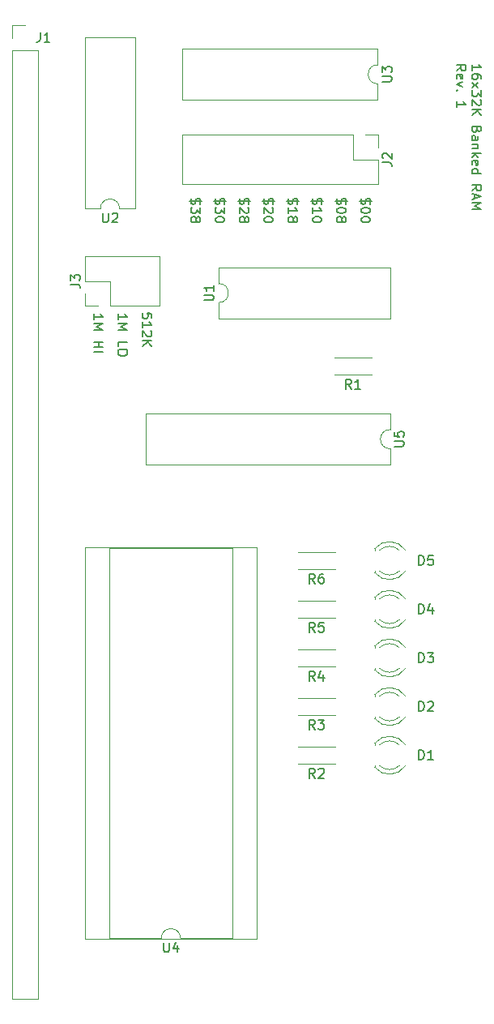
<source format=gto>
G04 #@! TF.GenerationSoftware,KiCad,Pcbnew,6.0.2+dfsg-1*
G04 #@! TF.CreationDate,2023-09-16T22:11:41+01:00*
G04 #@! TF.ProjectId,Banked_RAM_Higher,42616e6b-6564-45f5-9241-4d5f48696768,rev?*
G04 #@! TF.SameCoordinates,Original*
G04 #@! TF.FileFunction,Legend,Top*
G04 #@! TF.FilePolarity,Positive*
%FSLAX46Y46*%
G04 Gerber Fmt 4.6, Leading zero omitted, Abs format (unit mm)*
G04 Created by KiCad (PCBNEW 6.0.2+dfsg-1) date 2023-09-16 22:11:41*
%MOMM*%
%LPD*%
G01*
G04 APERTURE LIST*
%ADD10C,0.150000*%
%ADD11C,0.120000*%
%ADD12C,1.400000*%
%ADD13O,1.400000X1.400000*%
%ADD14R,1.700000X1.700000*%
%ADD15O,1.700000X1.700000*%
%ADD16R,1.800000X1.800000*%
%ADD17C,1.800000*%
%ADD18R,1.600000X1.600000*%
%ADD19O,1.600000X1.600000*%
G04 APERTURE END LIST*
D10*
X138147619Y-44039404D02*
X138147619Y-43467976D01*
X138147619Y-43753690D02*
X139147619Y-43753690D01*
X139004761Y-43658452D01*
X138909523Y-43563214D01*
X138861904Y-43467976D01*
X139147619Y-44896547D02*
X139147619Y-44706071D01*
X139100000Y-44610833D01*
X139052380Y-44563214D01*
X138909523Y-44467976D01*
X138719047Y-44420357D01*
X138338095Y-44420357D01*
X138242857Y-44467976D01*
X138195238Y-44515595D01*
X138147619Y-44610833D01*
X138147619Y-44801309D01*
X138195238Y-44896547D01*
X138242857Y-44944166D01*
X138338095Y-44991785D01*
X138576190Y-44991785D01*
X138671428Y-44944166D01*
X138719047Y-44896547D01*
X138766666Y-44801309D01*
X138766666Y-44610833D01*
X138719047Y-44515595D01*
X138671428Y-44467976D01*
X138576190Y-44420357D01*
X138147619Y-45325119D02*
X138814285Y-45848928D01*
X138814285Y-45325119D02*
X138147619Y-45848928D01*
X139147619Y-46134642D02*
X139147619Y-46753690D01*
X138766666Y-46420357D01*
X138766666Y-46563214D01*
X138719047Y-46658452D01*
X138671428Y-46706071D01*
X138576190Y-46753690D01*
X138338095Y-46753690D01*
X138242857Y-46706071D01*
X138195238Y-46658452D01*
X138147619Y-46563214D01*
X138147619Y-46277500D01*
X138195238Y-46182261D01*
X138242857Y-46134642D01*
X139052380Y-47134642D02*
X139100000Y-47182261D01*
X139147619Y-47277500D01*
X139147619Y-47515595D01*
X139100000Y-47610833D01*
X139052380Y-47658452D01*
X138957142Y-47706071D01*
X138861904Y-47706071D01*
X138719047Y-47658452D01*
X138147619Y-47087023D01*
X138147619Y-47706071D01*
X138147619Y-48134642D02*
X139147619Y-48134642D01*
X138147619Y-48706071D02*
X138719047Y-48277500D01*
X139147619Y-48706071D02*
X138576190Y-48134642D01*
X138671428Y-50229880D02*
X138623809Y-50372738D01*
X138576190Y-50420357D01*
X138480952Y-50467976D01*
X138338095Y-50467976D01*
X138242857Y-50420357D01*
X138195238Y-50372738D01*
X138147619Y-50277500D01*
X138147619Y-49896547D01*
X139147619Y-49896547D01*
X139147619Y-50229880D01*
X139100000Y-50325119D01*
X139052380Y-50372738D01*
X138957142Y-50420357D01*
X138861904Y-50420357D01*
X138766666Y-50372738D01*
X138719047Y-50325119D01*
X138671428Y-50229880D01*
X138671428Y-49896547D01*
X138147619Y-51325119D02*
X138671428Y-51325119D01*
X138766666Y-51277500D01*
X138814285Y-51182261D01*
X138814285Y-50991785D01*
X138766666Y-50896547D01*
X138195238Y-51325119D02*
X138147619Y-51229880D01*
X138147619Y-50991785D01*
X138195238Y-50896547D01*
X138290476Y-50848928D01*
X138385714Y-50848928D01*
X138480952Y-50896547D01*
X138528571Y-50991785D01*
X138528571Y-51229880D01*
X138576190Y-51325119D01*
X138814285Y-51801309D02*
X138147619Y-51801309D01*
X138719047Y-51801309D02*
X138766666Y-51848928D01*
X138814285Y-51944166D01*
X138814285Y-52087023D01*
X138766666Y-52182261D01*
X138671428Y-52229880D01*
X138147619Y-52229880D01*
X138147619Y-52706071D02*
X139147619Y-52706071D01*
X138528571Y-52801309D02*
X138147619Y-53087023D01*
X138814285Y-53087023D02*
X138433333Y-52706071D01*
X138195238Y-53896547D02*
X138147619Y-53801309D01*
X138147619Y-53610833D01*
X138195238Y-53515595D01*
X138290476Y-53467976D01*
X138671428Y-53467976D01*
X138766666Y-53515595D01*
X138814285Y-53610833D01*
X138814285Y-53801309D01*
X138766666Y-53896547D01*
X138671428Y-53944166D01*
X138576190Y-53944166D01*
X138480952Y-53467976D01*
X138147619Y-54801309D02*
X139147619Y-54801309D01*
X138195238Y-54801309D02*
X138147619Y-54706071D01*
X138147619Y-54515595D01*
X138195238Y-54420357D01*
X138242857Y-54372738D01*
X138338095Y-54325119D01*
X138623809Y-54325119D01*
X138719047Y-54372738D01*
X138766666Y-54420357D01*
X138814285Y-54515595D01*
X138814285Y-54706071D01*
X138766666Y-54801309D01*
X138147619Y-56610833D02*
X138623809Y-56277500D01*
X138147619Y-56039404D02*
X139147619Y-56039404D01*
X139147619Y-56420357D01*
X139100000Y-56515595D01*
X139052380Y-56563214D01*
X138957142Y-56610833D01*
X138814285Y-56610833D01*
X138719047Y-56563214D01*
X138671428Y-56515595D01*
X138623809Y-56420357D01*
X138623809Y-56039404D01*
X138433333Y-56991785D02*
X138433333Y-57467976D01*
X138147619Y-56896547D02*
X139147619Y-57229880D01*
X138147619Y-57563214D01*
X138147619Y-57896547D02*
X139147619Y-57896547D01*
X138433333Y-58229880D01*
X139147619Y-58563214D01*
X138147619Y-58563214D01*
X136537619Y-44087023D02*
X137013809Y-43753690D01*
X136537619Y-43515595D02*
X137537619Y-43515595D01*
X137537619Y-43896547D01*
X137490000Y-43991785D01*
X137442380Y-44039404D01*
X137347142Y-44087023D01*
X137204285Y-44087023D01*
X137109047Y-44039404D01*
X137061428Y-43991785D01*
X137013809Y-43896547D01*
X137013809Y-43515595D01*
X136585238Y-44896547D02*
X136537619Y-44801309D01*
X136537619Y-44610833D01*
X136585238Y-44515595D01*
X136680476Y-44467976D01*
X137061428Y-44467976D01*
X137156666Y-44515595D01*
X137204285Y-44610833D01*
X137204285Y-44801309D01*
X137156666Y-44896547D01*
X137061428Y-44944166D01*
X136966190Y-44944166D01*
X136870952Y-44467976D01*
X137204285Y-45277500D02*
X136537619Y-45515595D01*
X137204285Y-45753690D01*
X136632857Y-46134642D02*
X136585238Y-46182261D01*
X136537619Y-46134642D01*
X136585238Y-46087023D01*
X136632857Y-46134642D01*
X136537619Y-46134642D01*
X136537619Y-47896547D02*
X136537619Y-47325119D01*
X136537619Y-47610833D02*
X137537619Y-47610833D01*
X137394761Y-47515595D01*
X137299523Y-47420357D01*
X137251904Y-47325119D01*
X108815238Y-57437976D02*
X108767619Y-57580833D01*
X108767619Y-57818928D01*
X108815238Y-57914166D01*
X108862857Y-57961785D01*
X108958095Y-58009404D01*
X109053333Y-58009404D01*
X109148571Y-57961785D01*
X109196190Y-57914166D01*
X109243809Y-57818928D01*
X109291428Y-57628452D01*
X109339047Y-57533214D01*
X109386666Y-57485595D01*
X109481904Y-57437976D01*
X109577142Y-57437976D01*
X109672380Y-57485595D01*
X109720000Y-57533214D01*
X109767619Y-57628452D01*
X109767619Y-57866547D01*
X109720000Y-58009404D01*
X109910476Y-57723690D02*
X108624761Y-57723690D01*
X109767619Y-58342738D02*
X109767619Y-58961785D01*
X109386666Y-58628452D01*
X109386666Y-58771309D01*
X109339047Y-58866547D01*
X109291428Y-58914166D01*
X109196190Y-58961785D01*
X108958095Y-58961785D01*
X108862857Y-58914166D01*
X108815238Y-58866547D01*
X108767619Y-58771309D01*
X108767619Y-58485595D01*
X108815238Y-58390357D01*
X108862857Y-58342738D01*
X109339047Y-59533214D02*
X109386666Y-59437976D01*
X109434285Y-59390357D01*
X109529523Y-59342738D01*
X109577142Y-59342738D01*
X109672380Y-59390357D01*
X109720000Y-59437976D01*
X109767619Y-59533214D01*
X109767619Y-59723690D01*
X109720000Y-59818928D01*
X109672380Y-59866547D01*
X109577142Y-59914166D01*
X109529523Y-59914166D01*
X109434285Y-59866547D01*
X109386666Y-59818928D01*
X109339047Y-59723690D01*
X109339047Y-59533214D01*
X109291428Y-59437976D01*
X109243809Y-59390357D01*
X109148571Y-59342738D01*
X108958095Y-59342738D01*
X108862857Y-59390357D01*
X108815238Y-59437976D01*
X108767619Y-59533214D01*
X108767619Y-59723690D01*
X108815238Y-59818928D01*
X108862857Y-59866547D01*
X108958095Y-59914166D01*
X109148571Y-59914166D01*
X109243809Y-59866547D01*
X109291428Y-59818928D01*
X109339047Y-59723690D01*
X111355238Y-57437976D02*
X111307619Y-57580833D01*
X111307619Y-57818928D01*
X111355238Y-57914166D01*
X111402857Y-57961785D01*
X111498095Y-58009404D01*
X111593333Y-58009404D01*
X111688571Y-57961785D01*
X111736190Y-57914166D01*
X111783809Y-57818928D01*
X111831428Y-57628452D01*
X111879047Y-57533214D01*
X111926666Y-57485595D01*
X112021904Y-57437976D01*
X112117142Y-57437976D01*
X112212380Y-57485595D01*
X112260000Y-57533214D01*
X112307619Y-57628452D01*
X112307619Y-57866547D01*
X112260000Y-58009404D01*
X112450476Y-57723690D02*
X111164761Y-57723690D01*
X112307619Y-58342738D02*
X112307619Y-58961785D01*
X111926666Y-58628452D01*
X111926666Y-58771309D01*
X111879047Y-58866547D01*
X111831428Y-58914166D01*
X111736190Y-58961785D01*
X111498095Y-58961785D01*
X111402857Y-58914166D01*
X111355238Y-58866547D01*
X111307619Y-58771309D01*
X111307619Y-58485595D01*
X111355238Y-58390357D01*
X111402857Y-58342738D01*
X112307619Y-59580833D02*
X112307619Y-59676071D01*
X112260000Y-59771309D01*
X112212380Y-59818928D01*
X112117142Y-59866547D01*
X111926666Y-59914166D01*
X111688571Y-59914166D01*
X111498095Y-59866547D01*
X111402857Y-59818928D01*
X111355238Y-59771309D01*
X111307619Y-59676071D01*
X111307619Y-59580833D01*
X111355238Y-59485595D01*
X111402857Y-59437976D01*
X111498095Y-59390357D01*
X111688571Y-59342738D01*
X111926666Y-59342738D01*
X112117142Y-59390357D01*
X112212380Y-59437976D01*
X112260000Y-59485595D01*
X112307619Y-59580833D01*
X113895238Y-57437976D02*
X113847619Y-57580833D01*
X113847619Y-57818928D01*
X113895238Y-57914166D01*
X113942857Y-57961785D01*
X114038095Y-58009404D01*
X114133333Y-58009404D01*
X114228571Y-57961785D01*
X114276190Y-57914166D01*
X114323809Y-57818928D01*
X114371428Y-57628452D01*
X114419047Y-57533214D01*
X114466666Y-57485595D01*
X114561904Y-57437976D01*
X114657142Y-57437976D01*
X114752380Y-57485595D01*
X114800000Y-57533214D01*
X114847619Y-57628452D01*
X114847619Y-57866547D01*
X114800000Y-58009404D01*
X114990476Y-57723690D02*
X113704761Y-57723690D01*
X114752380Y-58390357D02*
X114800000Y-58437976D01*
X114847619Y-58533214D01*
X114847619Y-58771309D01*
X114800000Y-58866547D01*
X114752380Y-58914166D01*
X114657142Y-58961785D01*
X114561904Y-58961785D01*
X114419047Y-58914166D01*
X113847619Y-58342738D01*
X113847619Y-58961785D01*
X114419047Y-59533214D02*
X114466666Y-59437976D01*
X114514285Y-59390357D01*
X114609523Y-59342738D01*
X114657142Y-59342738D01*
X114752380Y-59390357D01*
X114800000Y-59437976D01*
X114847619Y-59533214D01*
X114847619Y-59723690D01*
X114800000Y-59818928D01*
X114752380Y-59866547D01*
X114657142Y-59914166D01*
X114609523Y-59914166D01*
X114514285Y-59866547D01*
X114466666Y-59818928D01*
X114419047Y-59723690D01*
X114419047Y-59533214D01*
X114371428Y-59437976D01*
X114323809Y-59390357D01*
X114228571Y-59342738D01*
X114038095Y-59342738D01*
X113942857Y-59390357D01*
X113895238Y-59437976D01*
X113847619Y-59533214D01*
X113847619Y-59723690D01*
X113895238Y-59818928D01*
X113942857Y-59866547D01*
X114038095Y-59914166D01*
X114228571Y-59914166D01*
X114323809Y-59866547D01*
X114371428Y-59818928D01*
X114419047Y-59723690D01*
X116435238Y-57437976D02*
X116387619Y-57580833D01*
X116387619Y-57818928D01*
X116435238Y-57914166D01*
X116482857Y-57961785D01*
X116578095Y-58009404D01*
X116673333Y-58009404D01*
X116768571Y-57961785D01*
X116816190Y-57914166D01*
X116863809Y-57818928D01*
X116911428Y-57628452D01*
X116959047Y-57533214D01*
X117006666Y-57485595D01*
X117101904Y-57437976D01*
X117197142Y-57437976D01*
X117292380Y-57485595D01*
X117340000Y-57533214D01*
X117387619Y-57628452D01*
X117387619Y-57866547D01*
X117340000Y-58009404D01*
X117530476Y-57723690D02*
X116244761Y-57723690D01*
X117292380Y-58390357D02*
X117340000Y-58437976D01*
X117387619Y-58533214D01*
X117387619Y-58771309D01*
X117340000Y-58866547D01*
X117292380Y-58914166D01*
X117197142Y-58961785D01*
X117101904Y-58961785D01*
X116959047Y-58914166D01*
X116387619Y-58342738D01*
X116387619Y-58961785D01*
X117387619Y-59580833D02*
X117387619Y-59676071D01*
X117340000Y-59771309D01*
X117292380Y-59818928D01*
X117197142Y-59866547D01*
X117006666Y-59914166D01*
X116768571Y-59914166D01*
X116578095Y-59866547D01*
X116482857Y-59818928D01*
X116435238Y-59771309D01*
X116387619Y-59676071D01*
X116387619Y-59580833D01*
X116435238Y-59485595D01*
X116482857Y-59437976D01*
X116578095Y-59390357D01*
X116768571Y-59342738D01*
X117006666Y-59342738D01*
X117197142Y-59390357D01*
X117292380Y-59437976D01*
X117340000Y-59485595D01*
X117387619Y-59580833D01*
X118975238Y-57437976D02*
X118927619Y-57580833D01*
X118927619Y-57818928D01*
X118975238Y-57914166D01*
X119022857Y-57961785D01*
X119118095Y-58009404D01*
X119213333Y-58009404D01*
X119308571Y-57961785D01*
X119356190Y-57914166D01*
X119403809Y-57818928D01*
X119451428Y-57628452D01*
X119499047Y-57533214D01*
X119546666Y-57485595D01*
X119641904Y-57437976D01*
X119737142Y-57437976D01*
X119832380Y-57485595D01*
X119880000Y-57533214D01*
X119927619Y-57628452D01*
X119927619Y-57866547D01*
X119880000Y-58009404D01*
X120070476Y-57723690D02*
X118784761Y-57723690D01*
X118927619Y-58961785D02*
X118927619Y-58390357D01*
X118927619Y-58676071D02*
X119927619Y-58676071D01*
X119784761Y-58580833D01*
X119689523Y-58485595D01*
X119641904Y-58390357D01*
X119499047Y-59533214D02*
X119546666Y-59437976D01*
X119594285Y-59390357D01*
X119689523Y-59342738D01*
X119737142Y-59342738D01*
X119832380Y-59390357D01*
X119880000Y-59437976D01*
X119927619Y-59533214D01*
X119927619Y-59723690D01*
X119880000Y-59818928D01*
X119832380Y-59866547D01*
X119737142Y-59914166D01*
X119689523Y-59914166D01*
X119594285Y-59866547D01*
X119546666Y-59818928D01*
X119499047Y-59723690D01*
X119499047Y-59533214D01*
X119451428Y-59437976D01*
X119403809Y-59390357D01*
X119308571Y-59342738D01*
X119118095Y-59342738D01*
X119022857Y-59390357D01*
X118975238Y-59437976D01*
X118927619Y-59533214D01*
X118927619Y-59723690D01*
X118975238Y-59818928D01*
X119022857Y-59866547D01*
X119118095Y-59914166D01*
X119308571Y-59914166D01*
X119403809Y-59866547D01*
X119451428Y-59818928D01*
X119499047Y-59723690D01*
X121515238Y-57437976D02*
X121467619Y-57580833D01*
X121467619Y-57818928D01*
X121515238Y-57914166D01*
X121562857Y-57961785D01*
X121658095Y-58009404D01*
X121753333Y-58009404D01*
X121848571Y-57961785D01*
X121896190Y-57914166D01*
X121943809Y-57818928D01*
X121991428Y-57628452D01*
X122039047Y-57533214D01*
X122086666Y-57485595D01*
X122181904Y-57437976D01*
X122277142Y-57437976D01*
X122372380Y-57485595D01*
X122420000Y-57533214D01*
X122467619Y-57628452D01*
X122467619Y-57866547D01*
X122420000Y-58009404D01*
X122610476Y-57723690D02*
X121324761Y-57723690D01*
X121467619Y-58961785D02*
X121467619Y-58390357D01*
X121467619Y-58676071D02*
X122467619Y-58676071D01*
X122324761Y-58580833D01*
X122229523Y-58485595D01*
X122181904Y-58390357D01*
X122467619Y-59580833D02*
X122467619Y-59676071D01*
X122420000Y-59771309D01*
X122372380Y-59818928D01*
X122277142Y-59866547D01*
X122086666Y-59914166D01*
X121848571Y-59914166D01*
X121658095Y-59866547D01*
X121562857Y-59818928D01*
X121515238Y-59771309D01*
X121467619Y-59676071D01*
X121467619Y-59580833D01*
X121515238Y-59485595D01*
X121562857Y-59437976D01*
X121658095Y-59390357D01*
X121848571Y-59342738D01*
X122086666Y-59342738D01*
X122277142Y-59390357D01*
X122372380Y-59437976D01*
X122420000Y-59485595D01*
X122467619Y-59580833D01*
X124055238Y-57437976D02*
X124007619Y-57580833D01*
X124007619Y-57818928D01*
X124055238Y-57914166D01*
X124102857Y-57961785D01*
X124198095Y-58009404D01*
X124293333Y-58009404D01*
X124388571Y-57961785D01*
X124436190Y-57914166D01*
X124483809Y-57818928D01*
X124531428Y-57628452D01*
X124579047Y-57533214D01*
X124626666Y-57485595D01*
X124721904Y-57437976D01*
X124817142Y-57437976D01*
X124912380Y-57485595D01*
X124960000Y-57533214D01*
X125007619Y-57628452D01*
X125007619Y-57866547D01*
X124960000Y-58009404D01*
X125150476Y-57723690D02*
X123864761Y-57723690D01*
X125007619Y-58628452D02*
X125007619Y-58723690D01*
X124960000Y-58818928D01*
X124912380Y-58866547D01*
X124817142Y-58914166D01*
X124626666Y-58961785D01*
X124388571Y-58961785D01*
X124198095Y-58914166D01*
X124102857Y-58866547D01*
X124055238Y-58818928D01*
X124007619Y-58723690D01*
X124007619Y-58628452D01*
X124055238Y-58533214D01*
X124102857Y-58485595D01*
X124198095Y-58437976D01*
X124388571Y-58390357D01*
X124626666Y-58390357D01*
X124817142Y-58437976D01*
X124912380Y-58485595D01*
X124960000Y-58533214D01*
X125007619Y-58628452D01*
X124579047Y-59533214D02*
X124626666Y-59437976D01*
X124674285Y-59390357D01*
X124769523Y-59342738D01*
X124817142Y-59342738D01*
X124912380Y-59390357D01*
X124960000Y-59437976D01*
X125007619Y-59533214D01*
X125007619Y-59723690D01*
X124960000Y-59818928D01*
X124912380Y-59866547D01*
X124817142Y-59914166D01*
X124769523Y-59914166D01*
X124674285Y-59866547D01*
X124626666Y-59818928D01*
X124579047Y-59723690D01*
X124579047Y-59533214D01*
X124531428Y-59437976D01*
X124483809Y-59390357D01*
X124388571Y-59342738D01*
X124198095Y-59342738D01*
X124102857Y-59390357D01*
X124055238Y-59437976D01*
X124007619Y-59533214D01*
X124007619Y-59723690D01*
X124055238Y-59818928D01*
X124102857Y-59866547D01*
X124198095Y-59914166D01*
X124388571Y-59914166D01*
X124483809Y-59866547D01*
X124531428Y-59818928D01*
X124579047Y-59723690D01*
X126595238Y-57437976D02*
X126547619Y-57580833D01*
X126547619Y-57818928D01*
X126595238Y-57914166D01*
X126642857Y-57961785D01*
X126738095Y-58009404D01*
X126833333Y-58009404D01*
X126928571Y-57961785D01*
X126976190Y-57914166D01*
X127023809Y-57818928D01*
X127071428Y-57628452D01*
X127119047Y-57533214D01*
X127166666Y-57485595D01*
X127261904Y-57437976D01*
X127357142Y-57437976D01*
X127452380Y-57485595D01*
X127500000Y-57533214D01*
X127547619Y-57628452D01*
X127547619Y-57866547D01*
X127500000Y-58009404D01*
X127690476Y-57723690D02*
X126404761Y-57723690D01*
X127547619Y-58628452D02*
X127547619Y-58723690D01*
X127500000Y-58818928D01*
X127452380Y-58866547D01*
X127357142Y-58914166D01*
X127166666Y-58961785D01*
X126928571Y-58961785D01*
X126738095Y-58914166D01*
X126642857Y-58866547D01*
X126595238Y-58818928D01*
X126547619Y-58723690D01*
X126547619Y-58628452D01*
X126595238Y-58533214D01*
X126642857Y-58485595D01*
X126738095Y-58437976D01*
X126928571Y-58390357D01*
X127166666Y-58390357D01*
X127357142Y-58437976D01*
X127452380Y-58485595D01*
X127500000Y-58533214D01*
X127547619Y-58628452D01*
X127547619Y-59580833D02*
X127547619Y-59676071D01*
X127500000Y-59771309D01*
X127452380Y-59818928D01*
X127357142Y-59866547D01*
X127166666Y-59914166D01*
X126928571Y-59914166D01*
X126738095Y-59866547D01*
X126642857Y-59818928D01*
X126595238Y-59771309D01*
X126547619Y-59676071D01*
X126547619Y-59580833D01*
X126595238Y-59485595D01*
X126642857Y-59437976D01*
X126738095Y-59390357D01*
X126928571Y-59342738D01*
X127166666Y-59342738D01*
X127357142Y-59390357D01*
X127452380Y-59437976D01*
X127500000Y-59485595D01*
X127547619Y-59580833D01*
X98607619Y-70074404D02*
X98607619Y-69502976D01*
X98607619Y-69788690D02*
X99607619Y-69788690D01*
X99464761Y-69693452D01*
X99369523Y-69598214D01*
X99321904Y-69502976D01*
X98607619Y-70502976D02*
X99607619Y-70502976D01*
X98893333Y-70836309D01*
X99607619Y-71169642D01*
X98607619Y-71169642D01*
X98607619Y-72407738D02*
X99607619Y-72407738D01*
X99131428Y-72407738D02*
X99131428Y-72979166D01*
X98607619Y-72979166D02*
X99607619Y-72979166D01*
X98607619Y-73455357D02*
X99607619Y-73455357D01*
X101147619Y-70074404D02*
X101147619Y-69502976D01*
X101147619Y-69788690D02*
X102147619Y-69788690D01*
X102004761Y-69693452D01*
X101909523Y-69598214D01*
X101861904Y-69502976D01*
X101147619Y-70502976D02*
X102147619Y-70502976D01*
X101433333Y-70836309D01*
X102147619Y-71169642D01*
X101147619Y-71169642D01*
X101147619Y-72883928D02*
X101147619Y-72407738D01*
X102147619Y-72407738D01*
X102147619Y-73407738D02*
X102147619Y-73598214D01*
X102100000Y-73693452D01*
X102004761Y-73788690D01*
X101814285Y-73836309D01*
X101480952Y-73836309D01*
X101290476Y-73788690D01*
X101195238Y-73693452D01*
X101147619Y-73598214D01*
X101147619Y-73407738D01*
X101195238Y-73312500D01*
X101290476Y-73217261D01*
X101480952Y-73169642D01*
X101814285Y-73169642D01*
X102004761Y-73217261D01*
X102100000Y-73312500D01*
X102147619Y-73407738D01*
X104687619Y-69905714D02*
X104687619Y-69429523D01*
X104211428Y-69381904D01*
X104259047Y-69429523D01*
X104306666Y-69524761D01*
X104306666Y-69762857D01*
X104259047Y-69858095D01*
X104211428Y-69905714D01*
X104116190Y-69953333D01*
X103878095Y-69953333D01*
X103782857Y-69905714D01*
X103735238Y-69858095D01*
X103687619Y-69762857D01*
X103687619Y-69524761D01*
X103735238Y-69429523D01*
X103782857Y-69381904D01*
X103687619Y-70905714D02*
X103687619Y-70334285D01*
X103687619Y-70620000D02*
X104687619Y-70620000D01*
X104544761Y-70524761D01*
X104449523Y-70429523D01*
X104401904Y-70334285D01*
X104592380Y-71286666D02*
X104640000Y-71334285D01*
X104687619Y-71429523D01*
X104687619Y-71667619D01*
X104640000Y-71762857D01*
X104592380Y-71810476D01*
X104497142Y-71858095D01*
X104401904Y-71858095D01*
X104259047Y-71810476D01*
X103687619Y-71239047D01*
X103687619Y-71858095D01*
X103687619Y-72286666D02*
X104687619Y-72286666D01*
X103687619Y-72858095D02*
X104259047Y-72429523D01*
X104687619Y-72858095D02*
X104116190Y-72286666D01*
X121753333Y-97622380D02*
X121420000Y-97146190D01*
X121181904Y-97622380D02*
X121181904Y-96622380D01*
X121562857Y-96622380D01*
X121658095Y-96670000D01*
X121705714Y-96717619D01*
X121753333Y-96812857D01*
X121753333Y-96955714D01*
X121705714Y-97050952D01*
X121658095Y-97098571D01*
X121562857Y-97146190D01*
X121181904Y-97146190D01*
X122610476Y-96622380D02*
X122420000Y-96622380D01*
X122324761Y-96670000D01*
X122277142Y-96717619D01*
X122181904Y-96860476D01*
X122134285Y-97050952D01*
X122134285Y-97431904D01*
X122181904Y-97527142D01*
X122229523Y-97574761D01*
X122324761Y-97622380D01*
X122515238Y-97622380D01*
X122610476Y-97574761D01*
X122658095Y-97527142D01*
X122705714Y-97431904D01*
X122705714Y-97193809D01*
X122658095Y-97098571D01*
X122610476Y-97050952D01*
X122515238Y-97003333D01*
X122324761Y-97003333D01*
X122229523Y-97050952D01*
X122181904Y-97098571D01*
X122134285Y-97193809D01*
X96197380Y-66378333D02*
X96911666Y-66378333D01*
X97054523Y-66425952D01*
X97149761Y-66521190D01*
X97197380Y-66664047D01*
X97197380Y-66759285D01*
X96197380Y-65997380D02*
X96197380Y-65378333D01*
X96578333Y-65711666D01*
X96578333Y-65568809D01*
X96625952Y-65473571D01*
X96673571Y-65425952D01*
X96768809Y-65378333D01*
X97006904Y-65378333D01*
X97102142Y-65425952D01*
X97149761Y-65473571D01*
X97197380Y-65568809D01*
X97197380Y-65854523D01*
X97149761Y-65949761D01*
X97102142Y-65997380D01*
X132611904Y-95702380D02*
X132611904Y-94702380D01*
X132850000Y-94702380D01*
X132992857Y-94750000D01*
X133088095Y-94845238D01*
X133135714Y-94940476D01*
X133183333Y-95130952D01*
X133183333Y-95273809D01*
X133135714Y-95464285D01*
X133088095Y-95559523D01*
X132992857Y-95654761D01*
X132850000Y-95702380D01*
X132611904Y-95702380D01*
X134088095Y-94702380D02*
X133611904Y-94702380D01*
X133564285Y-95178571D01*
X133611904Y-95130952D01*
X133707142Y-95083333D01*
X133945238Y-95083333D01*
X134040476Y-95130952D01*
X134088095Y-95178571D01*
X134135714Y-95273809D01*
X134135714Y-95511904D01*
X134088095Y-95607142D01*
X134040476Y-95654761D01*
X133945238Y-95702380D01*
X133707142Y-95702380D01*
X133611904Y-95654761D01*
X133564285Y-95607142D01*
X93011666Y-40092380D02*
X93011666Y-40806666D01*
X92964047Y-40949523D01*
X92868809Y-41044761D01*
X92725952Y-41092380D01*
X92630714Y-41092380D01*
X94011666Y-41092380D02*
X93440238Y-41092380D01*
X93725952Y-41092380D02*
X93725952Y-40092380D01*
X93630714Y-40235238D01*
X93535476Y-40330476D01*
X93440238Y-40378095D01*
X128782380Y-53673333D02*
X129496666Y-53673333D01*
X129639523Y-53720952D01*
X129734761Y-53816190D01*
X129782380Y-53959047D01*
X129782380Y-54054285D01*
X128877619Y-53244761D02*
X128830000Y-53197142D01*
X128782380Y-53101904D01*
X128782380Y-52863809D01*
X128830000Y-52768571D01*
X128877619Y-52720952D01*
X128972857Y-52673333D01*
X129068095Y-52673333D01*
X129210952Y-52720952D01*
X129782380Y-53292380D01*
X129782380Y-52673333D01*
X110147380Y-68061904D02*
X110956904Y-68061904D01*
X111052142Y-68014285D01*
X111099761Y-67966666D01*
X111147380Y-67871428D01*
X111147380Y-67680952D01*
X111099761Y-67585714D01*
X111052142Y-67538095D01*
X110956904Y-67490476D01*
X110147380Y-67490476D01*
X111147380Y-66490476D02*
X111147380Y-67061904D01*
X111147380Y-66776190D02*
X110147380Y-66776190D01*
X110290238Y-66871428D01*
X110385476Y-66966666D01*
X110433095Y-67061904D01*
X99558095Y-58937380D02*
X99558095Y-59746904D01*
X99605714Y-59842142D01*
X99653333Y-59889761D01*
X99748571Y-59937380D01*
X99939047Y-59937380D01*
X100034285Y-59889761D01*
X100081904Y-59842142D01*
X100129523Y-59746904D01*
X100129523Y-58937380D01*
X100558095Y-59032619D02*
X100605714Y-58985000D01*
X100700952Y-58937380D01*
X100939047Y-58937380D01*
X101034285Y-58985000D01*
X101081904Y-59032619D01*
X101129523Y-59127857D01*
X101129523Y-59223095D01*
X101081904Y-59365952D01*
X100510476Y-59937380D01*
X101129523Y-59937380D01*
X128767380Y-45221904D02*
X129576904Y-45221904D01*
X129672142Y-45174285D01*
X129719761Y-45126666D01*
X129767380Y-45031428D01*
X129767380Y-44840952D01*
X129719761Y-44745714D01*
X129672142Y-44698095D01*
X129576904Y-44650476D01*
X128767380Y-44650476D01*
X128767380Y-44269523D02*
X128767380Y-43650476D01*
X129148333Y-43983809D01*
X129148333Y-43840952D01*
X129195952Y-43745714D01*
X129243571Y-43698095D01*
X129338809Y-43650476D01*
X129576904Y-43650476D01*
X129672142Y-43698095D01*
X129719761Y-43745714D01*
X129767380Y-43840952D01*
X129767380Y-44126666D01*
X129719761Y-44221904D01*
X129672142Y-44269523D01*
X105923095Y-135132380D02*
X105923095Y-135941904D01*
X105970714Y-136037142D01*
X106018333Y-136084761D01*
X106113571Y-136132380D01*
X106304047Y-136132380D01*
X106399285Y-136084761D01*
X106446904Y-136037142D01*
X106494523Y-135941904D01*
X106494523Y-135132380D01*
X107399285Y-135465714D02*
X107399285Y-136132380D01*
X107161190Y-135084761D02*
X106923095Y-135799047D01*
X107542142Y-135799047D01*
X132611904Y-105862380D02*
X132611904Y-104862380D01*
X132850000Y-104862380D01*
X132992857Y-104910000D01*
X133088095Y-105005238D01*
X133135714Y-105100476D01*
X133183333Y-105290952D01*
X133183333Y-105433809D01*
X133135714Y-105624285D01*
X133088095Y-105719523D01*
X132992857Y-105814761D01*
X132850000Y-105862380D01*
X132611904Y-105862380D01*
X133516666Y-104862380D02*
X134135714Y-104862380D01*
X133802380Y-105243333D01*
X133945238Y-105243333D01*
X134040476Y-105290952D01*
X134088095Y-105338571D01*
X134135714Y-105433809D01*
X134135714Y-105671904D01*
X134088095Y-105767142D01*
X134040476Y-105814761D01*
X133945238Y-105862380D01*
X133659523Y-105862380D01*
X133564285Y-105814761D01*
X133516666Y-105767142D01*
X121753333Y-107782380D02*
X121420000Y-107306190D01*
X121181904Y-107782380D02*
X121181904Y-106782380D01*
X121562857Y-106782380D01*
X121658095Y-106830000D01*
X121705714Y-106877619D01*
X121753333Y-106972857D01*
X121753333Y-107115714D01*
X121705714Y-107210952D01*
X121658095Y-107258571D01*
X121562857Y-107306190D01*
X121181904Y-107306190D01*
X122610476Y-107115714D02*
X122610476Y-107782380D01*
X122372380Y-106734761D02*
X122134285Y-107449047D01*
X122753333Y-107449047D01*
X121753333Y-117942380D02*
X121420000Y-117466190D01*
X121181904Y-117942380D02*
X121181904Y-116942380D01*
X121562857Y-116942380D01*
X121658095Y-116990000D01*
X121705714Y-117037619D01*
X121753333Y-117132857D01*
X121753333Y-117275714D01*
X121705714Y-117370952D01*
X121658095Y-117418571D01*
X121562857Y-117466190D01*
X121181904Y-117466190D01*
X122134285Y-117037619D02*
X122181904Y-116990000D01*
X122277142Y-116942380D01*
X122515238Y-116942380D01*
X122610476Y-116990000D01*
X122658095Y-117037619D01*
X122705714Y-117132857D01*
X122705714Y-117228095D01*
X122658095Y-117370952D01*
X122086666Y-117942380D01*
X122705714Y-117942380D01*
X130047380Y-83321904D02*
X130856904Y-83321904D01*
X130952142Y-83274285D01*
X130999761Y-83226666D01*
X131047380Y-83131428D01*
X131047380Y-82940952D01*
X130999761Y-82845714D01*
X130952142Y-82798095D01*
X130856904Y-82750476D01*
X130047380Y-82750476D01*
X130047380Y-81798095D02*
X130047380Y-82274285D01*
X130523571Y-82321904D01*
X130475952Y-82274285D01*
X130428333Y-82179047D01*
X130428333Y-81940952D01*
X130475952Y-81845714D01*
X130523571Y-81798095D01*
X130618809Y-81750476D01*
X130856904Y-81750476D01*
X130952142Y-81798095D01*
X130999761Y-81845714D01*
X131047380Y-81940952D01*
X131047380Y-82179047D01*
X130999761Y-82274285D01*
X130952142Y-82321904D01*
X121753333Y-102702380D02*
X121420000Y-102226190D01*
X121181904Y-102702380D02*
X121181904Y-101702380D01*
X121562857Y-101702380D01*
X121658095Y-101750000D01*
X121705714Y-101797619D01*
X121753333Y-101892857D01*
X121753333Y-102035714D01*
X121705714Y-102130952D01*
X121658095Y-102178571D01*
X121562857Y-102226190D01*
X121181904Y-102226190D01*
X122658095Y-101702380D02*
X122181904Y-101702380D01*
X122134285Y-102178571D01*
X122181904Y-102130952D01*
X122277142Y-102083333D01*
X122515238Y-102083333D01*
X122610476Y-102130952D01*
X122658095Y-102178571D01*
X122705714Y-102273809D01*
X122705714Y-102511904D01*
X122658095Y-102607142D01*
X122610476Y-102654761D01*
X122515238Y-102702380D01*
X122277142Y-102702380D01*
X122181904Y-102654761D01*
X122134285Y-102607142D01*
X125563333Y-77302380D02*
X125230000Y-76826190D01*
X124991904Y-77302380D02*
X124991904Y-76302380D01*
X125372857Y-76302380D01*
X125468095Y-76350000D01*
X125515714Y-76397619D01*
X125563333Y-76492857D01*
X125563333Y-76635714D01*
X125515714Y-76730952D01*
X125468095Y-76778571D01*
X125372857Y-76826190D01*
X124991904Y-76826190D01*
X126515714Y-77302380D02*
X125944285Y-77302380D01*
X126230000Y-77302380D02*
X126230000Y-76302380D01*
X126134761Y-76445238D01*
X126039523Y-76540476D01*
X125944285Y-76588095D01*
X132611904Y-110942380D02*
X132611904Y-109942380D01*
X132850000Y-109942380D01*
X132992857Y-109990000D01*
X133088095Y-110085238D01*
X133135714Y-110180476D01*
X133183333Y-110370952D01*
X133183333Y-110513809D01*
X133135714Y-110704285D01*
X133088095Y-110799523D01*
X132992857Y-110894761D01*
X132850000Y-110942380D01*
X132611904Y-110942380D01*
X133564285Y-110037619D02*
X133611904Y-109990000D01*
X133707142Y-109942380D01*
X133945238Y-109942380D01*
X134040476Y-109990000D01*
X134088095Y-110037619D01*
X134135714Y-110132857D01*
X134135714Y-110228095D01*
X134088095Y-110370952D01*
X133516666Y-110942380D01*
X134135714Y-110942380D01*
X132611904Y-100782380D02*
X132611904Y-99782380D01*
X132850000Y-99782380D01*
X132992857Y-99830000D01*
X133088095Y-99925238D01*
X133135714Y-100020476D01*
X133183333Y-100210952D01*
X133183333Y-100353809D01*
X133135714Y-100544285D01*
X133088095Y-100639523D01*
X132992857Y-100734761D01*
X132850000Y-100782380D01*
X132611904Y-100782380D01*
X134040476Y-100115714D02*
X134040476Y-100782380D01*
X133802380Y-99734761D02*
X133564285Y-100449047D01*
X134183333Y-100449047D01*
X132611904Y-116022380D02*
X132611904Y-115022380D01*
X132850000Y-115022380D01*
X132992857Y-115070000D01*
X133088095Y-115165238D01*
X133135714Y-115260476D01*
X133183333Y-115450952D01*
X133183333Y-115593809D01*
X133135714Y-115784285D01*
X133088095Y-115879523D01*
X132992857Y-115974761D01*
X132850000Y-116022380D01*
X132611904Y-116022380D01*
X134135714Y-116022380D02*
X133564285Y-116022380D01*
X133850000Y-116022380D02*
X133850000Y-115022380D01*
X133754761Y-115165238D01*
X133659523Y-115260476D01*
X133564285Y-115308095D01*
X121753333Y-112862380D02*
X121420000Y-112386190D01*
X121181904Y-112862380D02*
X121181904Y-111862380D01*
X121562857Y-111862380D01*
X121658095Y-111910000D01*
X121705714Y-111957619D01*
X121753333Y-112052857D01*
X121753333Y-112195714D01*
X121705714Y-112290952D01*
X121658095Y-112338571D01*
X121562857Y-112386190D01*
X121181904Y-112386190D01*
X122086666Y-111862380D02*
X122705714Y-111862380D01*
X122372380Y-112243333D01*
X122515238Y-112243333D01*
X122610476Y-112290952D01*
X122658095Y-112338571D01*
X122705714Y-112433809D01*
X122705714Y-112671904D01*
X122658095Y-112767142D01*
X122610476Y-112814761D01*
X122515238Y-112862380D01*
X122229523Y-112862380D01*
X122134285Y-112814761D01*
X122086666Y-112767142D01*
D11*
X123840000Y-94330000D02*
X120000000Y-94330000D01*
X123840000Y-96170000D02*
X120000000Y-96170000D01*
X100345000Y-66045000D02*
X97745000Y-66045000D01*
X105485000Y-68645000D02*
X105485000Y-63445000D01*
X97745000Y-63445000D02*
X105485000Y-63445000D01*
X97745000Y-68645000D02*
X97745000Y-67315000D01*
X100345000Y-68645000D02*
X105485000Y-68645000D01*
X100345000Y-68645000D02*
X100345000Y-66045000D01*
X99075000Y-68645000D02*
X97745000Y-68645000D01*
X97745000Y-66045000D02*
X97745000Y-63445000D01*
X127980000Y-94014000D02*
X127980000Y-94170000D01*
X127980000Y-96330000D02*
X127980000Y-96486000D01*
X130581130Y-94170163D02*
G75*
G03*
X128499039Y-94170000I-1041130J-1079837D01*
G01*
X127980000Y-96485516D02*
G75*
G03*
X131212335Y-96328608I1560000J1235517D01*
G01*
X128499039Y-96330000D02*
G75*
G03*
X130581130Y-96329837I1040961J1080000D01*
G01*
X131212335Y-94171392D02*
G75*
G03*
X127980000Y-94014484I-1672335J-1078609D01*
G01*
X90110000Y-39310000D02*
X91440000Y-39310000D01*
X92770000Y-41910000D02*
X92770000Y-141030000D01*
X90110000Y-41910000D02*
X92770000Y-41910000D01*
X90110000Y-40640000D02*
X90110000Y-39310000D01*
X90110000Y-141030000D02*
X92770000Y-141030000D01*
X90110000Y-41910000D02*
X90110000Y-141030000D01*
X125730000Y-50740000D02*
X125730000Y-53340000D01*
X128330000Y-55940000D02*
X107890000Y-55940000D01*
X125730000Y-50740000D02*
X107890000Y-50740000D01*
X128330000Y-50740000D02*
X128330000Y-52070000D01*
X128330000Y-53340000D02*
X128330000Y-55940000D01*
X127000000Y-50740000D02*
X128330000Y-50740000D01*
X107890000Y-50740000D02*
X107890000Y-55940000D01*
X125730000Y-53340000D02*
X128330000Y-53340000D01*
X129595000Y-64650000D02*
X111695000Y-64650000D01*
X111695000Y-64650000D02*
X111695000Y-66300000D01*
X111695000Y-68300000D02*
X111695000Y-69950000D01*
X111695000Y-69950000D02*
X129595000Y-69950000D01*
X129595000Y-69950000D02*
X129595000Y-64650000D01*
X111695000Y-68300000D02*
G75*
G03*
X111695000Y-66300000I0J1000000D01*
G01*
X101320000Y-58485000D02*
X102970000Y-58485000D01*
X102970000Y-58485000D02*
X102970000Y-40585000D01*
X97670000Y-40585000D02*
X97670000Y-58485000D01*
X97670000Y-58485000D02*
X99320000Y-58485000D01*
X102970000Y-40585000D02*
X97670000Y-40585000D01*
X101320000Y-58485000D02*
G75*
G03*
X99320000Y-58485000I-1000000J0D01*
G01*
X107875000Y-41810000D02*
X107875000Y-47110000D01*
X128315000Y-43460000D02*
X128315000Y-41810000D01*
X107875000Y-47110000D02*
X128315000Y-47110000D01*
X128315000Y-47110000D02*
X128315000Y-45460000D01*
X128315000Y-41810000D02*
X107875000Y-41810000D01*
X128315000Y-43460000D02*
G75*
G03*
X128315000Y-45460000I0J-1000000D01*
G01*
X97735000Y-93860000D02*
X97735000Y-134740000D01*
X97735000Y-134740000D02*
X115635000Y-134740000D01*
X100225000Y-134680000D02*
X105685000Y-134680000D01*
X107685000Y-134680000D02*
X113145000Y-134680000D01*
X113145000Y-134680000D02*
X113145000Y-93920000D01*
X115635000Y-93860000D02*
X97735000Y-93860000D01*
X113145000Y-93920000D02*
X100225000Y-93920000D01*
X100225000Y-93920000D02*
X100225000Y-134680000D01*
X115635000Y-134740000D02*
X115635000Y-93860000D01*
X107685000Y-134680000D02*
G75*
G03*
X105685000Y-134680000I-1000000J0D01*
G01*
X127980000Y-104174000D02*
X127980000Y-104330000D01*
X127980000Y-106490000D02*
X127980000Y-106646000D01*
X128499039Y-106490000D02*
G75*
G03*
X130581130Y-106489837I1040961J1080000D01*
G01*
X130581130Y-104330163D02*
G75*
G03*
X128499039Y-104330000I-1041130J-1079837D01*
G01*
X127980000Y-106645516D02*
G75*
G03*
X131212335Y-106488608I1560000J1235517D01*
G01*
X131212335Y-104331392D02*
G75*
G03*
X127980000Y-104174484I-1672335J-1078609D01*
G01*
X123840000Y-106330000D02*
X120000000Y-106330000D01*
X123840000Y-104490000D02*
X120000000Y-104490000D01*
X123840000Y-116490000D02*
X120000000Y-116490000D01*
X123840000Y-114650000D02*
X120000000Y-114650000D01*
X129595000Y-79910000D02*
X104075000Y-79910000D01*
X129595000Y-85210000D02*
X129595000Y-83560000D01*
X104075000Y-85210000D02*
X129595000Y-85210000D01*
X129595000Y-81560000D02*
X129595000Y-79910000D01*
X104075000Y-79910000D02*
X104075000Y-85210000D01*
X129595000Y-81560000D02*
G75*
G03*
X129595000Y-83560000I0J-1000000D01*
G01*
X123840000Y-101250000D02*
X120000000Y-101250000D01*
X123840000Y-99410000D02*
X120000000Y-99410000D01*
X127650000Y-74010000D02*
X123810000Y-74010000D01*
X127650000Y-75850000D02*
X123810000Y-75850000D01*
X127980000Y-111570000D02*
X127980000Y-111726000D01*
X127980000Y-109254000D02*
X127980000Y-109410000D01*
X131212335Y-109411392D02*
G75*
G03*
X127980000Y-109254484I-1672335J-1078609D01*
G01*
X128499039Y-111570000D02*
G75*
G03*
X130581130Y-111569837I1040961J1080000D01*
G01*
X130581130Y-109410163D02*
G75*
G03*
X128499039Y-109410000I-1041130J-1079837D01*
G01*
X127980000Y-111725516D02*
G75*
G03*
X131212335Y-111568608I1560000J1235517D01*
G01*
X127980000Y-101410000D02*
X127980000Y-101566000D01*
X127980000Y-99094000D02*
X127980000Y-99250000D01*
X128499039Y-101410000D02*
G75*
G03*
X130581130Y-101409837I1040961J1080000D01*
G01*
X131212335Y-99251392D02*
G75*
G03*
X127980000Y-99094484I-1672335J-1078609D01*
G01*
X130581130Y-99250163D02*
G75*
G03*
X128499039Y-99250000I-1041130J-1079837D01*
G01*
X127980000Y-101565516D02*
G75*
G03*
X131212335Y-101408608I1560000J1235517D01*
G01*
X127980000Y-116650000D02*
X127980000Y-116806000D01*
X127980000Y-114334000D02*
X127980000Y-114490000D01*
X127980000Y-116805516D02*
G75*
G03*
X131212335Y-116648608I1560000J1235517D01*
G01*
X131212335Y-114491392D02*
G75*
G03*
X127980000Y-114334484I-1672335J-1078609D01*
G01*
X130581130Y-114490163D02*
G75*
G03*
X128499039Y-114490000I-1041130J-1079837D01*
G01*
X128499039Y-116650000D02*
G75*
G03*
X130581130Y-116649837I1040961J1080000D01*
G01*
X123840000Y-109570000D02*
X120000000Y-109570000D01*
X123840000Y-111410000D02*
X120000000Y-111410000D01*
%LPC*%
D12*
X124460000Y-95250000D03*
D13*
X119380000Y-95250000D03*
D14*
X99075000Y-67315000D03*
D15*
X99075000Y-64775000D03*
X101615000Y-67315000D03*
X101615000Y-64775000D03*
X104155000Y-67315000D03*
X104155000Y-64775000D03*
D16*
X128270000Y-95250000D03*
D17*
X130810000Y-95250000D03*
D14*
X91440000Y-40640000D03*
D15*
X91440000Y-43180000D03*
X91440000Y-45720000D03*
X91440000Y-48260000D03*
X91440000Y-50800000D03*
X91440000Y-53340000D03*
X91440000Y-55880000D03*
X91440000Y-58420000D03*
X91440000Y-60960000D03*
X91440000Y-63500000D03*
X91440000Y-66040000D03*
X91440000Y-68580000D03*
X91440000Y-71120000D03*
X91440000Y-73660000D03*
X91440000Y-76200000D03*
X91440000Y-78740000D03*
X91440000Y-81280000D03*
X91440000Y-83820000D03*
X91440000Y-86360000D03*
X91440000Y-88900000D03*
X91440000Y-91440000D03*
X91440000Y-93980000D03*
X91440000Y-96520000D03*
X91440000Y-99060000D03*
X91440000Y-101600000D03*
X91440000Y-104140000D03*
X91440000Y-106680000D03*
X91440000Y-109220000D03*
X91440000Y-111760000D03*
X91440000Y-114300000D03*
X91440000Y-116840000D03*
X91440000Y-119380000D03*
X91440000Y-121920000D03*
X91440000Y-124460000D03*
X91440000Y-127000000D03*
X91440000Y-129540000D03*
X91440000Y-132080000D03*
X91440000Y-134620000D03*
X91440000Y-137160000D03*
X91440000Y-139700000D03*
D14*
X127000000Y-52070000D03*
D15*
X127000000Y-54610000D03*
X124460000Y-52070000D03*
X124460000Y-54610000D03*
X121920000Y-52070000D03*
X121920000Y-54610000D03*
X119380000Y-52070000D03*
X119380000Y-54610000D03*
X116840000Y-52070000D03*
X116840000Y-54610000D03*
X114300000Y-52070000D03*
X114300000Y-54610000D03*
X111760000Y-52070000D03*
X111760000Y-54610000D03*
X109220000Y-52070000D03*
X109220000Y-54610000D03*
D18*
X113025000Y-71110000D03*
D19*
X115565000Y-71110000D03*
X118105000Y-71110000D03*
X120645000Y-71110000D03*
X123185000Y-71110000D03*
X125725000Y-71110000D03*
X128265000Y-71110000D03*
X128265000Y-63490000D03*
X125725000Y-63490000D03*
X123185000Y-63490000D03*
X120645000Y-63490000D03*
X118105000Y-63490000D03*
X115565000Y-63490000D03*
X113025000Y-63490000D03*
D18*
X104130000Y-57155000D03*
D19*
X104130000Y-54615000D03*
X104130000Y-52075000D03*
X104130000Y-49535000D03*
X104130000Y-46995000D03*
X104130000Y-44455000D03*
X104130000Y-41915000D03*
X96510000Y-41915000D03*
X96510000Y-44455000D03*
X96510000Y-46995000D03*
X96510000Y-49535000D03*
X96510000Y-52075000D03*
X96510000Y-54615000D03*
X96510000Y-57155000D03*
D18*
X126985000Y-40650000D03*
D19*
X124445000Y-40650000D03*
X121905000Y-40650000D03*
X119365000Y-40650000D03*
X116825000Y-40650000D03*
X114285000Y-40650000D03*
X111745000Y-40650000D03*
X109205000Y-40650000D03*
X109205000Y-48270000D03*
X111745000Y-48270000D03*
X114285000Y-48270000D03*
X116825000Y-48270000D03*
X119365000Y-48270000D03*
X121905000Y-48270000D03*
X124445000Y-48270000D03*
X126985000Y-48270000D03*
D18*
X114305000Y-133350000D03*
D19*
X114305000Y-130810000D03*
X114305000Y-128270000D03*
X114305000Y-125730000D03*
X114305000Y-123190000D03*
X114305000Y-120650000D03*
X114305000Y-118110000D03*
X114305000Y-115570000D03*
X114305000Y-113030000D03*
X114305000Y-110490000D03*
X114305000Y-107950000D03*
X114305000Y-105410000D03*
X114305000Y-102870000D03*
X114305000Y-100330000D03*
X114305000Y-97790000D03*
X114305000Y-95250000D03*
X99065000Y-95250000D03*
X99065000Y-97790000D03*
X99065000Y-100330000D03*
X99065000Y-102870000D03*
X99065000Y-105410000D03*
X99065000Y-107950000D03*
X99065000Y-110490000D03*
X99065000Y-113030000D03*
X99065000Y-115570000D03*
X99065000Y-118110000D03*
X99065000Y-120650000D03*
X99065000Y-123190000D03*
X99065000Y-125730000D03*
X99065000Y-128270000D03*
X99065000Y-130810000D03*
X99065000Y-133350000D03*
D16*
X128270000Y-105410000D03*
D17*
X130810000Y-105410000D03*
D12*
X124460000Y-105410000D03*
D13*
X119380000Y-105410000D03*
D12*
X124460000Y-115570000D03*
D13*
X119380000Y-115570000D03*
D18*
X128265000Y-78750000D03*
D19*
X125725000Y-78750000D03*
X123185000Y-78750000D03*
X120645000Y-78750000D03*
X118105000Y-78750000D03*
X115565000Y-78750000D03*
X113025000Y-78750000D03*
X110485000Y-78750000D03*
X107945000Y-78750000D03*
X105405000Y-78750000D03*
X105405000Y-86370000D03*
X107945000Y-86370000D03*
X110485000Y-86370000D03*
X113025000Y-86370000D03*
X115565000Y-86370000D03*
X118105000Y-86370000D03*
X120645000Y-86370000D03*
X123185000Y-86370000D03*
X125725000Y-86370000D03*
X128265000Y-86370000D03*
D12*
X124460000Y-100330000D03*
D13*
X119380000Y-100330000D03*
D12*
X128270000Y-74930000D03*
D13*
X123190000Y-74930000D03*
D16*
X128270000Y-110490000D03*
D17*
X130810000Y-110490000D03*
D16*
X128270000Y-100330000D03*
D17*
X130810000Y-100330000D03*
D16*
X128270000Y-115570000D03*
D17*
X130810000Y-115570000D03*
D12*
X124460000Y-110490000D03*
D13*
X119380000Y-110490000D03*
M02*

</source>
